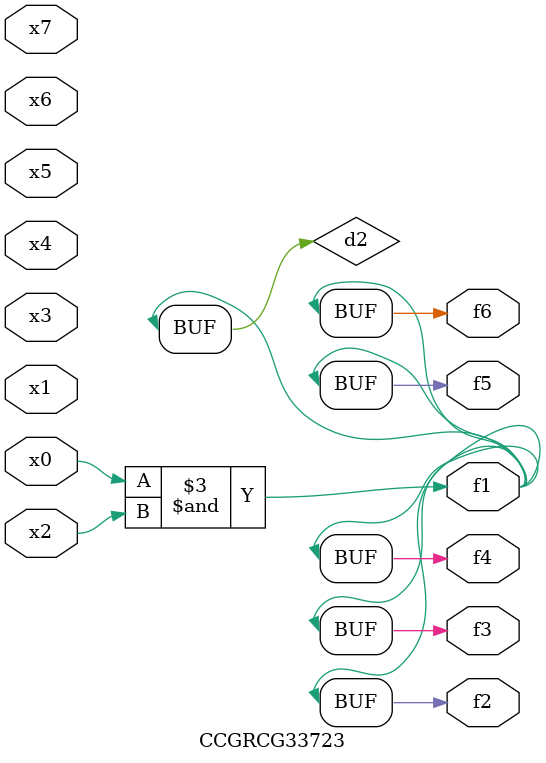
<source format=v>
module CCGRCG33723(
	input x0, x1, x2, x3, x4, x5, x6, x7,
	output f1, f2, f3, f4, f5, f6
);

	wire d1, d2;

	nor (d1, x3, x6);
	and (d2, x0, x2);
	assign f1 = d2;
	assign f2 = d2;
	assign f3 = d2;
	assign f4 = d2;
	assign f5 = d2;
	assign f6 = d2;
endmodule

</source>
